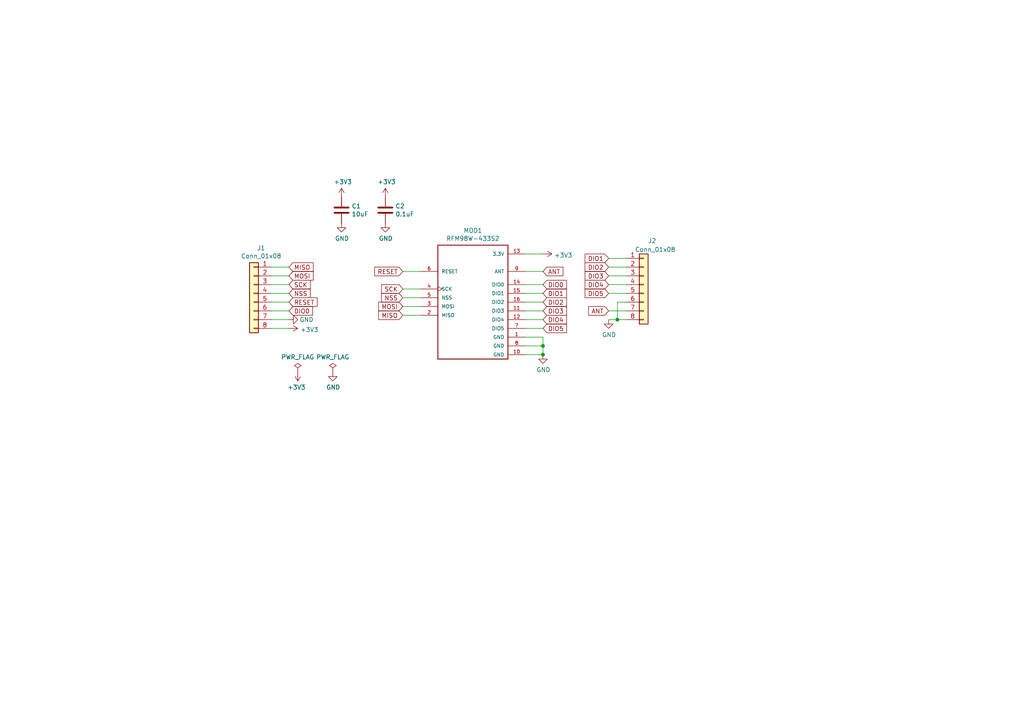
<source format=kicad_sch>
(kicad_sch (version 20230121) (generator eeschema)
  (paper "A4")
  (title_block (title "RFM 69/98 Breakout") (date "2020-02-29") (rev "1") (company "JDBoyd.net"))
  (lib_symbols
    (symbol "Connector_Generic:Conn_01x08" (pin_names (offset 1.016) hide)
      (property "Reference" "J" (at 0 10.16 0))
      (property "Value" "Conn_01x08" (at 0 -12.7 0))
      (symbol "Conn_01x08_1_1"
        (rectangle (start -1.27 -10.033) (end 0 -10.287) (stroke (width 0.1524)))
        (rectangle (start -1.27 -7.493) (end 0 -7.747) (stroke (width 0.1524)))
        (rectangle (start -1.27 -4.953) (end 0 -5.207) (stroke (width 0.1524)))
        (rectangle (start -1.27 -2.413) (end 0 -2.667) (stroke (width 0.1524)))
        (rectangle (start -1.27 0.127) (end 0 -0.127) (stroke (width 0.1524)))
        (rectangle (start -1.27 2.667) (end 0 2.413) (stroke (width 0.1524)))
        (rectangle (start -1.27 5.207) (end 0 4.953) (stroke (width 0.1524)))
        (rectangle (start -1.27 7.747) (end 0 7.493) (stroke (width 0.1524)))
        (rectangle (start -1.27 8.89) (end 1.27 -11.43) (stroke (width 0.254)) (fill (type background)))
        (pin passive line (at -5.08 7.62 0) (length 3.81) (name "Pin_1") (number "1"))
        (pin passive line (at -5.08 5.08 0) (length 3.81) (name "Pin_2") (number "2"))
        (pin passive line (at -5.08 2.54 0) (length 3.81) (name "Pin_3") (number "3"))
        (pin passive line (at -5.08 0 0) (length 3.81) (name "Pin_4") (number "4"))
        (pin passive line (at -5.08 -2.54 0) (length 3.81) (name "Pin_5") (number "5"))
        (pin passive line (at -5.08 -5.08 0) (length 3.81) (name "Pin_6") (number "6"))
        (pin passive line (at -5.08 -7.62 0) (length 3.81) (name "Pin_7") (number "7"))
        (pin passive line (at -5.08 -10.16 0) (length 3.81) (name "Pin_8") (number "8"))
      )
    )
    (symbol "Device:C" (pin_numbers hide) (pin_names (offset 0.254))
      (property "Reference" "C" (at 0.635 2.54 0))
      (property "Value" "C" (at 0.635 -2.54 0))
      (symbol "C_0_1"
        (polyline (pts (xy -2.032 -0.762) (xy 2.032 -0.762)) (stroke (width 0.508)))
        (polyline (pts (xy -2.032 0.762) (xy 2.032 0.762)) (stroke (width 0.508)))
      )
      (symbol "C_1_1"
        (pin passive line (at 0 3.81 270) (length 2.794) (name "~") (number "1"))
        (pin passive line (at 0 -3.81 90) (length 2.794) (name "~") (number "2"))
      )
    )
    (symbol "RFM98W-433S2:RFM98W-433S2" (pin_names (offset 1.016))
      (property "Reference" "MOD" (at -10.16 18.415 0))
      (property "Value" "RFM98W-433S2" (at -10.16 -17.78 0))
      (symbol "RFM98W-433S2_0_0"
        (polyline (pts (xy -10.16 -15.24) (xy -10.16 17.78)) (stroke (width 0.254)))
        (polyline (pts (xy -10.16 17.78) (xy 10.16 17.78)) (stroke (width 0.254)))
        (polyline (pts (xy 10.16 -15.24) (xy -10.16 -15.24)) (stroke (width 0.254)))
        (polyline (pts (xy 10.16 17.78) (xy 10.16 -15.24)) (stroke (width 0.254)))
        (pin power_in line (at 15.24 -8.89 180) (length 5.08) (name "GND") (number "1"))
        (pin power_in line (at 15.24 -13.97 180) (length 5.08) (name "GND") (number "10"))
        (pin bidirectional line (at 15.24 -1.27 180) (length 5.08) (name "DIO3") (number "11"))
        (pin bidirectional line (at 15.24 -3.81 180) (length 5.08) (name "DIO4") (number "12"))
        (pin power_in line (at 15.24 15.24 180) (length 5.08) (name "3.3V") (number "13"))
        (pin bidirectional line (at 15.24 6.35 180) (length 5.08) (name "DIO0") (number "14"))
        (pin bidirectional line (at 15.24 3.81 180) (length 5.08) (name "DIO1") (number "15"))
        (pin bidirectional line (at 15.24 1.27 180) (length 5.08) (name "DIO2") (number "16"))
        (pin output line (at -15.24 -2.54 0) (length 5.08) (name "MISO") (number "2"))
        (pin input line (at -15.24 0 0) (length 5.08) (name "MOSI") (number "3"))
        (pin input clock (at -15.24 5.08 0) (length 5.08) (name "SCK") (number "4"))
        (pin input line (at -15.24 2.54 0) (length 5.08) (name "NSS") (number "5"))
        (pin bidirectional line (at -15.24 10.16 0) (length 5.08) (name "RESET") (number "6"))
        (pin bidirectional line (at 15.24 -6.35 180) (length 5.08) (name "DIO5") (number "7"))
        (pin power_in line (at 15.24 -11.43 180) (length 5.08) (name "GND") (number "8"))
        (pin bidirectional line (at 15.24 10.16 180) (length 5.08) (name "ANT") (number "9"))
      )
    )
    (symbol "RFM98W-433S2_1" (pin_names (offset 1.016))
      (property "Reference" "MOD" (at -10.16 18.415 0))
      (property "Value" "RFM98W-433S2" (at -10.16 -17.78 0))
      (symbol "RFM98W-433S2_1_0_0"
        (polyline (pts (xy -10.16 -15.24) (xy -10.16 17.78)) (stroke (width 0.254)))
        (polyline (pts (xy -10.16 17.78) (xy 10.16 17.78)) (stroke (width 0.254)))
        (polyline (pts (xy 10.16 -15.24) (xy -10.16 -15.24)) (stroke (width 0.254)))
        (polyline (pts (xy 10.16 17.78) (xy 10.16 -15.24)) (stroke (width 0.254)))
        (pin power_in line (at 15.24 -8.89 180) (length 5.08) (name "GND") (number "1"))
        (pin power_in line (at 15.24 -13.97 180) (length 5.08) (name "GND") (number "10"))
        (pin bidirectional line (at 15.24 -1.27 180) (length 5.08) (name "DIO3") (number "11"))
        (pin bidirectional line (at 15.24 -3.81 180) (length 5.08) (name "DIO4") (number "12"))
        (pin power_in line (at 15.24 15.24 180) (length 5.08) (name "3.3V") (number "13"))
        (pin bidirectional line (at 15.24 6.35 180) (length 5.08) (name "DIO0") (number "14"))
        (pin bidirectional line (at 15.24 3.81 180) (length 5.08) (name "DIO1") (number "15"))
        (pin bidirectional line (at 15.24 1.27 180) (length 5.08) (name "DIO2") (number "16"))
        (pin output line (at -15.24 -2.54 0) (length 5.08) (name "MISO") (number "2"))
        (pin input line (at -15.24 0 0) (length 5.08) (name "MOSI") (number "3"))
        (pin input clock (at -15.24 5.08 0) (length 5.08) (name "SCK") (number "4"))
        (pin input line (at -15.24 2.54 0) (length 5.08) (name "NSS") (number "5"))
        (pin bidirectional line (at -15.24 10.16 0) (length 5.08) (name "RESET") (number "6"))
        (pin bidirectional line (at 15.24 -6.35 180) (length 5.08) (name "DIO5") (number "7"))
        (pin power_in line (at 15.24 -11.43 180) (length 5.08) (name "GND") (number "8"))
        (pin bidirectional line (at 15.24 10.16 180) (length 5.08) (name "ANT") (number "9"))
      )
    )
    (symbol "power:+3V3" (power) (pin_names (offset 0))
      (property "Value" "+3V3" (at 0 3.556 0))
      (symbol "+3V3_0_1"
        (polyline (pts (xy -0.762 1.27) (xy 0 2.54)))
        (polyline (pts (xy 0 0) (xy 0 2.54)))
        (polyline (pts (xy 0 2.54) (xy 0.762 1.27)))
      )
      (symbol "+3V3_1_1"
        (pin power_in line (at 0 0 90) (length 0) hide (name "+3V3") (number "1"))
      )
    )
    (symbol "power:GND" (power) (pin_names (offset 0))
      (property "Value" "GND" (at 0 -3.81 0))
      (symbol "GND_0_1"
        (polyline (pts (xy 0 0) (xy 0 -1.27) (xy 1.27 -1.27) (xy 0 -2.54) (xy -1.27 -1.27) (xy 0 -1.27)))
      )
      (symbol "GND_1_1"
        (pin power_in line (at 0 0 270) (length 0) hide (name "GND") (number "1"))
      )
    )
    (symbol "power:PWR_FLAG" (power) (pin_numbers hide) (pin_names (offset 0) hide)
      (property "Value" "PWR_FLAG" (at 0 3.81 0))
      (symbol "PWR_FLAG_0_0"
        (pin power_out line (at 0 0 90) (length 0) (name "pwr") (number "1"))
      )
      (symbol "PWR_FLAG_0_1"
        (polyline (pts (xy 0 0) (xy 0 1.27) (xy -1.016 1.905) (xy 0 2.54) (xy 1.016 1.905) (xy 0 1.27)))
      )
    )
  )
  (junction (at 157.48 100.33))
  (junction (at 157.48 102.87))
  (junction (at 179.07 92.71))
  (wire (pts (xy 116.84 83.82) (xy 121.92 83.82)))
  (wire (pts (xy 116.84 91.44) (xy 121.92 91.44)))
  (wire (pts (xy 157.48 85.09) (xy 152.4 85.09)))
  (wire (pts (xy 157.48 100.33) (xy 157.48 102.87)))
  (wire (pts (xy 78.74 85.09) (xy 83.82 85.09)))
  (wire (pts (xy 157.48 92.71) (xy 152.4 92.71)))
  (wire (pts (xy 181.61 77.47) (xy 176.53 77.47)))
  (wire (pts (xy 157.48 73.66) (xy 152.4 73.66)))
  (wire (pts (xy 181.61 74.93) (xy 176.53 74.93)))
  (wire (pts (xy 116.84 78.74) (xy 121.92 78.74)))
  (wire (pts (xy 78.74 82.55) (xy 83.82 82.55)))
  (wire (pts (xy 116.84 86.36) (xy 121.92 86.36)))
  (wire (pts (xy 181.61 90.17) (xy 176.53 90.17)))
  (wire (pts (xy 181.61 82.55) (xy 176.53 82.55)))
  (wire (pts (xy 78.74 77.47) (xy 83.82 77.47)))
  (wire (pts (xy 181.61 80.01) (xy 176.53 80.01)))
  (wire (pts (xy 179.07 87.63) (xy 179.07 92.71)))
  (wire (pts (xy 152.4 100.33) (xy 157.48 100.33)))
  (wire (pts (xy 78.74 95.25) (xy 83.82 95.25)))
  (wire (pts (xy 181.61 87.63) (xy 179.07 87.63)))
  (wire (pts (xy 181.61 85.09) (xy 176.53 85.09)))
  (wire (pts (xy 157.48 82.55) (xy 152.4 82.55)))
  (wire (pts (xy 78.74 80.01) (xy 83.82 80.01)))
  (wire (pts (xy 116.84 88.9) (xy 121.92 88.9)))
  (wire (pts (xy 157.48 87.63) (xy 152.4 87.63)))
  (wire (pts (xy 157.48 95.25) (xy 152.4 95.25)))
  (wire (pts (xy 157.48 90.17) (xy 152.4 90.17)))
  (wire (pts (xy 78.74 92.71) (xy 83.82 92.71)))
  (wire (pts (xy 78.74 87.63) (xy 83.82 87.63)))
  (wire (pts (xy 78.74 90.17) (xy 83.82 90.17)))
  (wire (pts (xy 179.07 92.71) (xy 181.61 92.71)))
  (wire (pts (xy 157.48 97.79) (xy 157.48 100.33)))
  (wire (pts (xy 152.4 102.87) (xy 157.48 102.87)))
  (wire (pts (xy 152.4 97.79) (xy 157.48 97.79)))
  (wire (pts (xy 157.48 78.74) (xy 152.4 78.74)))
  (wire (pts (xy 176.53 92.71) (xy 179.07 92.71)))
  (global_label "DIO3" (shape input) (at 176.53 80.01 180) (property "Intersheetrefs" "${INTERSHEET_REFS}" (effects hide)))
  (global_label "DIO5" (shape input) (at 176.53 85.09 180) (property "Intersheetrefs" "${INTERSHEET_REFS}" (effects hide)))
  (global_label "NSS" (shape input) (at 83.82 85.09 0) (property "Intersheetrefs" "${INTERSHEET_REFS}" (effects hide)))
  (global_label "ANT" (shape input) (at 157.48 78.74 0) (property "Intersheetrefs" "${INTERSHEET_REFS}" (effects hide)))
  (global_label "DIO1" (shape input) (at 176.53 74.93 180) (property "Intersheetrefs" "${INTERSHEET_REFS}" (effects hide)))
  (global_label "MOSI" (shape input) (at 116.84 88.9 180) (property "Intersheetrefs" "${INTERSHEET_REFS}" (effects hide)))
  (global_label "DIO4" (shape input) (at 176.53 82.55 180) (property "Intersheetrefs" "${INTERSHEET_REFS}" (effects hide)))
  (global_label "DIO3" (shape input) (at 157.48 90.17 0) (property "Intersheetrefs" "${INTERSHEET_REFS}" (effects hide)))
  (global_label "NSS" (shape input) (at 116.84 86.36 180) (property "Intersheetrefs" "${INTERSHEET_REFS}" (effects hide)))
  (global_label "DIO2" (shape input) (at 176.53 77.47 180) (property "Intersheetrefs" "${INTERSHEET_REFS}" (effects hide)))
  (global_label "RESET" (shape input) (at 116.84 78.74 180) (property "Intersheetrefs" "${INTERSHEET_REFS}" (effects hide)))
  (global_label "MISO" (shape input) (at 116.84 91.44 180) (property "Intersheetrefs" "${INTERSHEET_REFS}" (effects hide)))
  (global_label "DIO4" (shape input) (at 157.48 92.71 0) (property "Intersheetrefs" "${INTERSHEET_REFS}" (effects hide)))
  (global_label "SCK" (shape input) (at 116.84 83.82 180) (property "Intersheetrefs" "${INTERSHEET_REFS}" (effects hide)))
  (global_label "MISO" (shape input) (at 83.82 77.47 0) (property "Intersheetrefs" "${INTERSHEET_REFS}" (effects hide)))
  (global_label "MOSI" (shape input) (at 83.82 80.01 0) (property "Intersheetrefs" "${INTERSHEET_REFS}" (effects hide)))
  (global_label "DIO5" (shape input) (at 157.48 95.25 0) (property "Intersheetrefs" "${INTERSHEET_REFS}" (effects hide)))
  (global_label "DIO0" (shape input) (at 157.48 82.55 0) (property "Intersheetrefs" "${INTERSHEET_REFS}" (effects hide)))
  (global_label "DIO1" (shape input) (at 157.48 85.09 0) (property "Intersheetrefs" "${INTERSHEET_REFS}" (effects hide)))
  (global_label "SCK" (shape input) (at 83.82 82.55 0) (property "Intersheetrefs" "${INTERSHEET_REFS}" (effects hide)))
  (global_label "ANT" (shape input) (at 176.53 90.17 180) (property "Intersheetrefs" "${INTERSHEET_REFS}" (effects hide)))
  (global_label "DIO0" (shape input) (at 83.82 90.17 0) (property "Intersheetrefs" "${INTERSHEET_REFS}" (effects hide)))
  (global_label "RESET" (shape input) (at 83.82 87.63 0) (property "Intersheetrefs" "${INTERSHEET_REFS}" (effects hide)))
  (global_label "DIO2" (shape input) (at 157.48 87.63 0) (property "Intersheetrefs" "${INTERSHEET_REFS}" (effects hide)))
  (symbol (lib_name "RFM98W-433S2_1") (lib_id "RFM98W-433S2:RFM98W-433S2") (at 137.16 88.9 0) (unit 1)
    (property "Reference" "MOD1" (at 137.16 66.8782 0))
    (property "Value" "RFM98W-433S2" (at 137.16 69.1896 0))
    (property "Footprint" "snapeda:XCVR_RFM98W-433S2" (effects hide))
    (property "Datasheet" "Hoperf" (effects hide))
    (property "Field4" "N/A" (effects hide))
    (property "Field5" "Manufacturer Recommendations" (effects hide))
  )
  (symbol (lib_id "Connector_Generic:Conn_01x08") (at 186.69 82.55 0) (unit 1)
    (property "Reference" "J2" (at 187.96 69.85 0) (effects (justify left)))
    (property "Value" "Conn_01x08" (at 184.15 72.39 0) (effects (justify left)))
    (property "Footprint" "Connector_PinHeader_2.54mm:PinHeader_1x08_P2.54mm_Vertical" (effects hide))
  )
  (symbol (lib_id "Connector_Generic:Conn_01x08") (at 73.66 85.09 0) (mirror y) (unit 1)
    (property "Reference" "J1" (at 75.7428 71.9582 0))
    (property "Value" "Conn_01x08" (at 75.7428 74.2696 0))
    (property "Footprint" "Connector_PinHeader_2.54mm:PinHeader_1x08_P2.54mm_Vertical" (effects hide))
  )
  (symbol (lib_id "power:GND") (at 176.53 92.71 0) (unit 1)
    (property "Reference" "#PWR0102" (effects hide))
    (property "Value" "GND" (at 176.657 97.1042 0))
  )
  (symbol (lib_id "power:+3V3") (at 83.82 95.25 270) (unit 1)
    (property "Reference" "#PWR0103" (effects hide))
    (property "Value" "+3V3" (at 87.0712 95.631 90) (effects (justify left)))
  )
  (symbol (lib_id "power:+3V3") (at 157.48 73.66 270) (unit 1)
    (property "Reference" "#PWR0104" (effects hide))
    (property "Value" "+3V3" (at 160.7312 74.041 90) (effects (justify left)))
  )
  (symbol (lib_id "power:GND") (at 157.48 102.87 0) (unit 1)
    (property "Reference" "#PWR0101" (effects hide))
    (property "Value" "GND" (at 157.607 107.2642 0))
  )
  (symbol (lib_id "Device:C") (at 99.06 60.96 0) (unit 1)
    (property "Reference" "C1" (at 101.981 59.7916 0) (effects (justify left)))
    (property "Value" "10uF" (at 101.981 62.103 0) (effects (justify left)))
    (property "Footprint" "Capacitor_SMD:C_0805_2012Metric_Pad1.15x1.40mm_HandSolder" (effects hide))
  )
  (symbol (lib_id "Device:C") (at 111.76 60.96 0) (unit 1)
    (property "Reference" "C2" (at 114.681 59.7916 0) (effects (justify left)))
    (property "Value" "0.1uF" (at 114.681 62.103 0) (effects (justify left)))
    (property "Footprint" "Capacitor_SMD:C_0805_2012Metric_Pad1.15x1.40mm_HandSolder" (effects hide))
  )
  (symbol (lib_id "power:GND") (at 111.76 64.77 0) (unit 1)
    (property "Reference" "#PWR0105" (effects hide))
    (property "Value" "GND" (at 111.887 69.1642 0))
  )
  (symbol (lib_id "power:GND") (at 99.06 64.77 0) (unit 1)
    (property "Reference" "#PWR0106" (effects hide))
    (property "Value" "GND" (at 99.187 69.1642 0))
  )
  (symbol (lib_id "power:+3V3") (at 111.76 57.15 0) (unit 1)
    (property "Reference" "#PWR0107" (effects hide))
    (property "Value" "+3V3" (at 112.141 52.7558 0))
  )
  (symbol (lib_id "power:+3V3") (at 99.06 57.15 0) (unit 1)
    (property "Reference" "#PWR0108" (effects hide))
    (property "Value" "+3V3" (at 99.441 52.7558 0))
  )
  (symbol (lib_id "power:PWR_FLAG") (at 86.36 107.95 0) (unit 1)
    (property "Reference" "#FLG0101" (effects hide))
    (property "Value" "PWR_FLAG" (at 86.36 103.5558 0))
  )
  (symbol (lib_id "power:+3V3") (at 86.36 107.95 180) (unit 1)
    (property "Reference" "#PWR0109" (effects hide))
    (property "Value" "+3V3" (at 85.979 112.3442 0))
  )
  (symbol (lib_id "power:GND") (at 96.52 107.95 0) (unit 1)
    (property "Reference" "#PWR0110" (effects hide))
    (property "Value" "GND" (at 96.647 112.3442 0))
  )
  (symbol (lib_id "power:PWR_FLAG") (at 96.52 107.95 0) (unit 1)
    (property "Reference" "#FLG0102" (effects hide))
    (property "Value" "PWR_FLAG" (at 96.52 103.5558 0))
  )
  (symbol (lib_id "power:GND") (at 83.82 92.71 90) (unit 1)
    (property "Reference" "#PWR?" (effects hide))
    (property "Value" "GND" (at 88.9 92.71 90))
  )
)
</source>
